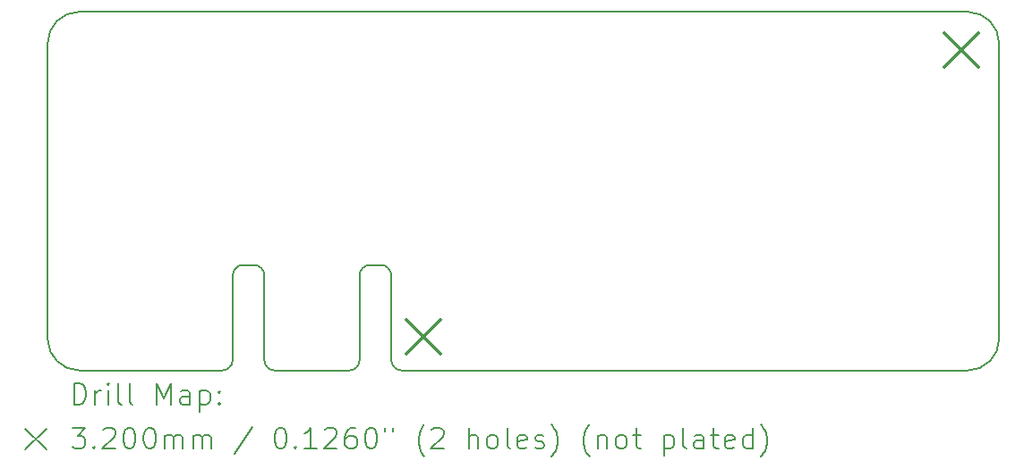
<source format=gbr>
%TF.GenerationSoftware,KiCad,Pcbnew,8.0.0*%
%TF.CreationDate,2024-08-30T23:23:26+02:00*%
%TF.ProjectId,LoRa_Node,4c6f5261-5f4e-46f6-9465-2e6b69636164,rev?*%
%TF.SameCoordinates,Original*%
%TF.FileFunction,Drillmap*%
%TF.FilePolarity,Positive*%
%FSLAX45Y45*%
G04 Gerber Fmt 4.5, Leading zero omitted, Abs format (unit mm)*
G04 Created by KiCad (PCBNEW 8.0.0) date 2024-08-30 23:23:26*
%MOMM*%
%LPD*%
G01*
G04 APERTURE LIST*
%ADD10C,0.200000*%
%ADD11C,0.320000*%
G04 APERTURE END LIST*
D10*
X19570000Y-9670000D02*
G75*
G02*
X19270000Y-9970000I-300000J0D01*
G01*
X10870000Y-9970000D02*
G75*
G02*
X10570000Y-9670000I0J300000D01*
G01*
X13620000Y-8970000D02*
X13720000Y-8970000D01*
X13520000Y-9870000D02*
X13520000Y-9070000D01*
X13720000Y-8970000D02*
G75*
G02*
X13820000Y-9070000I0J-100000D01*
G01*
X10870000Y-9970000D02*
X12220000Y-9970000D01*
X13820000Y-9070000D02*
X13820000Y-9870000D01*
X19270000Y-6570000D02*
G75*
G02*
X19570000Y-6870000I0J-300000D01*
G01*
X10570000Y-6870000D02*
X10570000Y-9670000D01*
X12620000Y-9070000D02*
X12620000Y-9870000D01*
X13920000Y-9970000D02*
G75*
G02*
X13820000Y-9870000I0J100000D01*
G01*
X12420000Y-8970000D02*
X12520000Y-8970000D01*
X13920000Y-9970000D02*
X19270000Y-9970000D01*
X12520000Y-8970000D02*
G75*
G02*
X12620000Y-9070000I0J-100000D01*
G01*
X12320000Y-9870000D02*
X12320000Y-9070000D01*
X13520000Y-9870000D02*
G75*
G02*
X13420000Y-9970000I-100000J0D01*
G01*
X19570000Y-9670000D02*
X19570000Y-6870000D01*
X12320000Y-9070000D02*
G75*
G02*
X12420000Y-8970000I100000J0D01*
G01*
X19270000Y-6570000D02*
X10870000Y-6570000D01*
X10570000Y-6870000D02*
G75*
G02*
X10870000Y-6570000I300000J0D01*
G01*
X13520000Y-9070000D02*
G75*
G02*
X13620000Y-8970000I100000J0D01*
G01*
X12720000Y-9970000D02*
G75*
G02*
X12620000Y-9870000I0J100000D01*
G01*
X12320000Y-9870000D02*
G75*
G02*
X12220000Y-9970000I-100000J0D01*
G01*
X12720000Y-9970000D02*
X13420000Y-9970000D01*
D11*
X13962868Y-9490000D02*
X14282868Y-9810000D01*
X14282868Y-9490000D02*
X13962868Y-9810000D01*
X19055000Y-6770000D02*
X19375000Y-7090000D01*
X19375000Y-6770000D02*
X19055000Y-7090000D01*
D10*
X10820777Y-10291484D02*
X10820777Y-10091484D01*
X10820777Y-10091484D02*
X10868396Y-10091484D01*
X10868396Y-10091484D02*
X10896967Y-10101008D01*
X10896967Y-10101008D02*
X10916015Y-10120055D01*
X10916015Y-10120055D02*
X10925539Y-10139103D01*
X10925539Y-10139103D02*
X10935063Y-10177198D01*
X10935063Y-10177198D02*
X10935063Y-10205769D01*
X10935063Y-10205769D02*
X10925539Y-10243865D01*
X10925539Y-10243865D02*
X10916015Y-10262912D01*
X10916015Y-10262912D02*
X10896967Y-10281960D01*
X10896967Y-10281960D02*
X10868396Y-10291484D01*
X10868396Y-10291484D02*
X10820777Y-10291484D01*
X11020777Y-10291484D02*
X11020777Y-10158150D01*
X11020777Y-10196246D02*
X11030301Y-10177198D01*
X11030301Y-10177198D02*
X11039824Y-10167674D01*
X11039824Y-10167674D02*
X11058872Y-10158150D01*
X11058872Y-10158150D02*
X11077920Y-10158150D01*
X11144586Y-10291484D02*
X11144586Y-10158150D01*
X11144586Y-10091484D02*
X11135063Y-10101008D01*
X11135063Y-10101008D02*
X11144586Y-10110531D01*
X11144586Y-10110531D02*
X11154110Y-10101008D01*
X11154110Y-10101008D02*
X11144586Y-10091484D01*
X11144586Y-10091484D02*
X11144586Y-10110531D01*
X11268396Y-10291484D02*
X11249348Y-10281960D01*
X11249348Y-10281960D02*
X11239824Y-10262912D01*
X11239824Y-10262912D02*
X11239824Y-10091484D01*
X11373158Y-10291484D02*
X11354110Y-10281960D01*
X11354110Y-10281960D02*
X11344586Y-10262912D01*
X11344586Y-10262912D02*
X11344586Y-10091484D01*
X11601729Y-10291484D02*
X11601729Y-10091484D01*
X11601729Y-10091484D02*
X11668396Y-10234341D01*
X11668396Y-10234341D02*
X11735062Y-10091484D01*
X11735062Y-10091484D02*
X11735062Y-10291484D01*
X11916015Y-10291484D02*
X11916015Y-10186722D01*
X11916015Y-10186722D02*
X11906491Y-10167674D01*
X11906491Y-10167674D02*
X11887443Y-10158150D01*
X11887443Y-10158150D02*
X11849348Y-10158150D01*
X11849348Y-10158150D02*
X11830301Y-10167674D01*
X11916015Y-10281960D02*
X11896967Y-10291484D01*
X11896967Y-10291484D02*
X11849348Y-10291484D01*
X11849348Y-10291484D02*
X11830301Y-10281960D01*
X11830301Y-10281960D02*
X11820777Y-10262912D01*
X11820777Y-10262912D02*
X11820777Y-10243865D01*
X11820777Y-10243865D02*
X11830301Y-10224817D01*
X11830301Y-10224817D02*
X11849348Y-10215293D01*
X11849348Y-10215293D02*
X11896967Y-10215293D01*
X11896967Y-10215293D02*
X11916015Y-10205769D01*
X12011253Y-10158150D02*
X12011253Y-10358150D01*
X12011253Y-10167674D02*
X12030301Y-10158150D01*
X12030301Y-10158150D02*
X12068396Y-10158150D01*
X12068396Y-10158150D02*
X12087443Y-10167674D01*
X12087443Y-10167674D02*
X12096967Y-10177198D01*
X12096967Y-10177198D02*
X12106491Y-10196246D01*
X12106491Y-10196246D02*
X12106491Y-10253388D01*
X12106491Y-10253388D02*
X12096967Y-10272436D01*
X12096967Y-10272436D02*
X12087443Y-10281960D01*
X12087443Y-10281960D02*
X12068396Y-10291484D01*
X12068396Y-10291484D02*
X12030301Y-10291484D01*
X12030301Y-10291484D02*
X12011253Y-10281960D01*
X12192205Y-10272436D02*
X12201729Y-10281960D01*
X12201729Y-10281960D02*
X12192205Y-10291484D01*
X12192205Y-10291484D02*
X12182682Y-10281960D01*
X12182682Y-10281960D02*
X12192205Y-10272436D01*
X12192205Y-10272436D02*
X12192205Y-10291484D01*
X12192205Y-10167674D02*
X12201729Y-10177198D01*
X12201729Y-10177198D02*
X12192205Y-10186722D01*
X12192205Y-10186722D02*
X12182682Y-10177198D01*
X12182682Y-10177198D02*
X12192205Y-10167674D01*
X12192205Y-10167674D02*
X12192205Y-10186722D01*
X10360000Y-10520000D02*
X10560000Y-10720000D01*
X10560000Y-10520000D02*
X10360000Y-10720000D01*
X10801729Y-10511484D02*
X10925539Y-10511484D01*
X10925539Y-10511484D02*
X10858872Y-10587674D01*
X10858872Y-10587674D02*
X10887444Y-10587674D01*
X10887444Y-10587674D02*
X10906491Y-10597198D01*
X10906491Y-10597198D02*
X10916015Y-10606722D01*
X10916015Y-10606722D02*
X10925539Y-10625769D01*
X10925539Y-10625769D02*
X10925539Y-10673388D01*
X10925539Y-10673388D02*
X10916015Y-10692436D01*
X10916015Y-10692436D02*
X10906491Y-10701960D01*
X10906491Y-10701960D02*
X10887444Y-10711484D01*
X10887444Y-10711484D02*
X10830301Y-10711484D01*
X10830301Y-10711484D02*
X10811253Y-10701960D01*
X10811253Y-10701960D02*
X10801729Y-10692436D01*
X11011253Y-10692436D02*
X11020777Y-10701960D01*
X11020777Y-10701960D02*
X11011253Y-10711484D01*
X11011253Y-10711484D02*
X11001729Y-10701960D01*
X11001729Y-10701960D02*
X11011253Y-10692436D01*
X11011253Y-10692436D02*
X11011253Y-10711484D01*
X11096967Y-10530531D02*
X11106491Y-10521008D01*
X11106491Y-10521008D02*
X11125539Y-10511484D01*
X11125539Y-10511484D02*
X11173158Y-10511484D01*
X11173158Y-10511484D02*
X11192205Y-10521008D01*
X11192205Y-10521008D02*
X11201729Y-10530531D01*
X11201729Y-10530531D02*
X11211253Y-10549579D01*
X11211253Y-10549579D02*
X11211253Y-10568627D01*
X11211253Y-10568627D02*
X11201729Y-10597198D01*
X11201729Y-10597198D02*
X11087444Y-10711484D01*
X11087444Y-10711484D02*
X11211253Y-10711484D01*
X11335062Y-10511484D02*
X11354110Y-10511484D01*
X11354110Y-10511484D02*
X11373158Y-10521008D01*
X11373158Y-10521008D02*
X11382682Y-10530531D01*
X11382682Y-10530531D02*
X11392205Y-10549579D01*
X11392205Y-10549579D02*
X11401729Y-10587674D01*
X11401729Y-10587674D02*
X11401729Y-10635293D01*
X11401729Y-10635293D02*
X11392205Y-10673388D01*
X11392205Y-10673388D02*
X11382682Y-10692436D01*
X11382682Y-10692436D02*
X11373158Y-10701960D01*
X11373158Y-10701960D02*
X11354110Y-10711484D01*
X11354110Y-10711484D02*
X11335062Y-10711484D01*
X11335062Y-10711484D02*
X11316015Y-10701960D01*
X11316015Y-10701960D02*
X11306491Y-10692436D01*
X11306491Y-10692436D02*
X11296967Y-10673388D01*
X11296967Y-10673388D02*
X11287443Y-10635293D01*
X11287443Y-10635293D02*
X11287443Y-10587674D01*
X11287443Y-10587674D02*
X11296967Y-10549579D01*
X11296967Y-10549579D02*
X11306491Y-10530531D01*
X11306491Y-10530531D02*
X11316015Y-10521008D01*
X11316015Y-10521008D02*
X11335062Y-10511484D01*
X11525539Y-10511484D02*
X11544586Y-10511484D01*
X11544586Y-10511484D02*
X11563634Y-10521008D01*
X11563634Y-10521008D02*
X11573158Y-10530531D01*
X11573158Y-10530531D02*
X11582682Y-10549579D01*
X11582682Y-10549579D02*
X11592205Y-10587674D01*
X11592205Y-10587674D02*
X11592205Y-10635293D01*
X11592205Y-10635293D02*
X11582682Y-10673388D01*
X11582682Y-10673388D02*
X11573158Y-10692436D01*
X11573158Y-10692436D02*
X11563634Y-10701960D01*
X11563634Y-10701960D02*
X11544586Y-10711484D01*
X11544586Y-10711484D02*
X11525539Y-10711484D01*
X11525539Y-10711484D02*
X11506491Y-10701960D01*
X11506491Y-10701960D02*
X11496967Y-10692436D01*
X11496967Y-10692436D02*
X11487443Y-10673388D01*
X11487443Y-10673388D02*
X11477920Y-10635293D01*
X11477920Y-10635293D02*
X11477920Y-10587674D01*
X11477920Y-10587674D02*
X11487443Y-10549579D01*
X11487443Y-10549579D02*
X11496967Y-10530531D01*
X11496967Y-10530531D02*
X11506491Y-10521008D01*
X11506491Y-10521008D02*
X11525539Y-10511484D01*
X11677920Y-10711484D02*
X11677920Y-10578150D01*
X11677920Y-10597198D02*
X11687443Y-10587674D01*
X11687443Y-10587674D02*
X11706491Y-10578150D01*
X11706491Y-10578150D02*
X11735063Y-10578150D01*
X11735063Y-10578150D02*
X11754110Y-10587674D01*
X11754110Y-10587674D02*
X11763634Y-10606722D01*
X11763634Y-10606722D02*
X11763634Y-10711484D01*
X11763634Y-10606722D02*
X11773158Y-10587674D01*
X11773158Y-10587674D02*
X11792205Y-10578150D01*
X11792205Y-10578150D02*
X11820777Y-10578150D01*
X11820777Y-10578150D02*
X11839824Y-10587674D01*
X11839824Y-10587674D02*
X11849348Y-10606722D01*
X11849348Y-10606722D02*
X11849348Y-10711484D01*
X11944586Y-10711484D02*
X11944586Y-10578150D01*
X11944586Y-10597198D02*
X11954110Y-10587674D01*
X11954110Y-10587674D02*
X11973158Y-10578150D01*
X11973158Y-10578150D02*
X12001729Y-10578150D01*
X12001729Y-10578150D02*
X12020777Y-10587674D01*
X12020777Y-10587674D02*
X12030301Y-10606722D01*
X12030301Y-10606722D02*
X12030301Y-10711484D01*
X12030301Y-10606722D02*
X12039824Y-10587674D01*
X12039824Y-10587674D02*
X12058872Y-10578150D01*
X12058872Y-10578150D02*
X12087443Y-10578150D01*
X12087443Y-10578150D02*
X12106491Y-10587674D01*
X12106491Y-10587674D02*
X12116015Y-10606722D01*
X12116015Y-10606722D02*
X12116015Y-10711484D01*
X12506491Y-10501960D02*
X12335063Y-10759103D01*
X12763634Y-10511484D02*
X12782682Y-10511484D01*
X12782682Y-10511484D02*
X12801729Y-10521008D01*
X12801729Y-10521008D02*
X12811253Y-10530531D01*
X12811253Y-10530531D02*
X12820777Y-10549579D01*
X12820777Y-10549579D02*
X12830301Y-10587674D01*
X12830301Y-10587674D02*
X12830301Y-10635293D01*
X12830301Y-10635293D02*
X12820777Y-10673388D01*
X12820777Y-10673388D02*
X12811253Y-10692436D01*
X12811253Y-10692436D02*
X12801729Y-10701960D01*
X12801729Y-10701960D02*
X12782682Y-10711484D01*
X12782682Y-10711484D02*
X12763634Y-10711484D01*
X12763634Y-10711484D02*
X12744586Y-10701960D01*
X12744586Y-10701960D02*
X12735063Y-10692436D01*
X12735063Y-10692436D02*
X12725539Y-10673388D01*
X12725539Y-10673388D02*
X12716015Y-10635293D01*
X12716015Y-10635293D02*
X12716015Y-10587674D01*
X12716015Y-10587674D02*
X12725539Y-10549579D01*
X12725539Y-10549579D02*
X12735063Y-10530531D01*
X12735063Y-10530531D02*
X12744586Y-10521008D01*
X12744586Y-10521008D02*
X12763634Y-10511484D01*
X12916015Y-10692436D02*
X12925539Y-10701960D01*
X12925539Y-10701960D02*
X12916015Y-10711484D01*
X12916015Y-10711484D02*
X12906491Y-10701960D01*
X12906491Y-10701960D02*
X12916015Y-10692436D01*
X12916015Y-10692436D02*
X12916015Y-10711484D01*
X13116015Y-10711484D02*
X13001729Y-10711484D01*
X13058872Y-10711484D02*
X13058872Y-10511484D01*
X13058872Y-10511484D02*
X13039825Y-10540055D01*
X13039825Y-10540055D02*
X13020777Y-10559103D01*
X13020777Y-10559103D02*
X13001729Y-10568627D01*
X13192206Y-10530531D02*
X13201729Y-10521008D01*
X13201729Y-10521008D02*
X13220777Y-10511484D01*
X13220777Y-10511484D02*
X13268396Y-10511484D01*
X13268396Y-10511484D02*
X13287444Y-10521008D01*
X13287444Y-10521008D02*
X13296967Y-10530531D01*
X13296967Y-10530531D02*
X13306491Y-10549579D01*
X13306491Y-10549579D02*
X13306491Y-10568627D01*
X13306491Y-10568627D02*
X13296967Y-10597198D01*
X13296967Y-10597198D02*
X13182682Y-10711484D01*
X13182682Y-10711484D02*
X13306491Y-10711484D01*
X13477920Y-10511484D02*
X13439825Y-10511484D01*
X13439825Y-10511484D02*
X13420777Y-10521008D01*
X13420777Y-10521008D02*
X13411253Y-10530531D01*
X13411253Y-10530531D02*
X13392206Y-10559103D01*
X13392206Y-10559103D02*
X13382682Y-10597198D01*
X13382682Y-10597198D02*
X13382682Y-10673388D01*
X13382682Y-10673388D02*
X13392206Y-10692436D01*
X13392206Y-10692436D02*
X13401729Y-10701960D01*
X13401729Y-10701960D02*
X13420777Y-10711484D01*
X13420777Y-10711484D02*
X13458872Y-10711484D01*
X13458872Y-10711484D02*
X13477920Y-10701960D01*
X13477920Y-10701960D02*
X13487444Y-10692436D01*
X13487444Y-10692436D02*
X13496967Y-10673388D01*
X13496967Y-10673388D02*
X13496967Y-10625769D01*
X13496967Y-10625769D02*
X13487444Y-10606722D01*
X13487444Y-10606722D02*
X13477920Y-10597198D01*
X13477920Y-10597198D02*
X13458872Y-10587674D01*
X13458872Y-10587674D02*
X13420777Y-10587674D01*
X13420777Y-10587674D02*
X13401729Y-10597198D01*
X13401729Y-10597198D02*
X13392206Y-10606722D01*
X13392206Y-10606722D02*
X13382682Y-10625769D01*
X13620777Y-10511484D02*
X13639825Y-10511484D01*
X13639825Y-10511484D02*
X13658872Y-10521008D01*
X13658872Y-10521008D02*
X13668396Y-10530531D01*
X13668396Y-10530531D02*
X13677920Y-10549579D01*
X13677920Y-10549579D02*
X13687444Y-10587674D01*
X13687444Y-10587674D02*
X13687444Y-10635293D01*
X13687444Y-10635293D02*
X13677920Y-10673388D01*
X13677920Y-10673388D02*
X13668396Y-10692436D01*
X13668396Y-10692436D02*
X13658872Y-10701960D01*
X13658872Y-10701960D02*
X13639825Y-10711484D01*
X13639825Y-10711484D02*
X13620777Y-10711484D01*
X13620777Y-10711484D02*
X13601729Y-10701960D01*
X13601729Y-10701960D02*
X13592206Y-10692436D01*
X13592206Y-10692436D02*
X13582682Y-10673388D01*
X13582682Y-10673388D02*
X13573158Y-10635293D01*
X13573158Y-10635293D02*
X13573158Y-10587674D01*
X13573158Y-10587674D02*
X13582682Y-10549579D01*
X13582682Y-10549579D02*
X13592206Y-10530531D01*
X13592206Y-10530531D02*
X13601729Y-10521008D01*
X13601729Y-10521008D02*
X13620777Y-10511484D01*
X13763634Y-10511484D02*
X13763634Y-10549579D01*
X13839825Y-10511484D02*
X13839825Y-10549579D01*
X14135063Y-10787674D02*
X14125539Y-10778150D01*
X14125539Y-10778150D02*
X14106491Y-10749579D01*
X14106491Y-10749579D02*
X14096968Y-10730531D01*
X14096968Y-10730531D02*
X14087444Y-10701960D01*
X14087444Y-10701960D02*
X14077920Y-10654341D01*
X14077920Y-10654341D02*
X14077920Y-10616246D01*
X14077920Y-10616246D02*
X14087444Y-10568627D01*
X14087444Y-10568627D02*
X14096968Y-10540055D01*
X14096968Y-10540055D02*
X14106491Y-10521008D01*
X14106491Y-10521008D02*
X14125539Y-10492436D01*
X14125539Y-10492436D02*
X14135063Y-10482912D01*
X14201729Y-10530531D02*
X14211253Y-10521008D01*
X14211253Y-10521008D02*
X14230301Y-10511484D01*
X14230301Y-10511484D02*
X14277920Y-10511484D01*
X14277920Y-10511484D02*
X14296968Y-10521008D01*
X14296968Y-10521008D02*
X14306491Y-10530531D01*
X14306491Y-10530531D02*
X14316015Y-10549579D01*
X14316015Y-10549579D02*
X14316015Y-10568627D01*
X14316015Y-10568627D02*
X14306491Y-10597198D01*
X14306491Y-10597198D02*
X14192206Y-10711484D01*
X14192206Y-10711484D02*
X14316015Y-10711484D01*
X14554110Y-10711484D02*
X14554110Y-10511484D01*
X14639825Y-10711484D02*
X14639825Y-10606722D01*
X14639825Y-10606722D02*
X14630301Y-10587674D01*
X14630301Y-10587674D02*
X14611253Y-10578150D01*
X14611253Y-10578150D02*
X14582682Y-10578150D01*
X14582682Y-10578150D02*
X14563634Y-10587674D01*
X14563634Y-10587674D02*
X14554110Y-10597198D01*
X14763634Y-10711484D02*
X14744587Y-10701960D01*
X14744587Y-10701960D02*
X14735063Y-10692436D01*
X14735063Y-10692436D02*
X14725539Y-10673388D01*
X14725539Y-10673388D02*
X14725539Y-10616246D01*
X14725539Y-10616246D02*
X14735063Y-10597198D01*
X14735063Y-10597198D02*
X14744587Y-10587674D01*
X14744587Y-10587674D02*
X14763634Y-10578150D01*
X14763634Y-10578150D02*
X14792206Y-10578150D01*
X14792206Y-10578150D02*
X14811253Y-10587674D01*
X14811253Y-10587674D02*
X14820777Y-10597198D01*
X14820777Y-10597198D02*
X14830301Y-10616246D01*
X14830301Y-10616246D02*
X14830301Y-10673388D01*
X14830301Y-10673388D02*
X14820777Y-10692436D01*
X14820777Y-10692436D02*
X14811253Y-10701960D01*
X14811253Y-10701960D02*
X14792206Y-10711484D01*
X14792206Y-10711484D02*
X14763634Y-10711484D01*
X14944587Y-10711484D02*
X14925539Y-10701960D01*
X14925539Y-10701960D02*
X14916015Y-10682912D01*
X14916015Y-10682912D02*
X14916015Y-10511484D01*
X15096968Y-10701960D02*
X15077920Y-10711484D01*
X15077920Y-10711484D02*
X15039825Y-10711484D01*
X15039825Y-10711484D02*
X15020777Y-10701960D01*
X15020777Y-10701960D02*
X15011253Y-10682912D01*
X15011253Y-10682912D02*
X15011253Y-10606722D01*
X15011253Y-10606722D02*
X15020777Y-10587674D01*
X15020777Y-10587674D02*
X15039825Y-10578150D01*
X15039825Y-10578150D02*
X15077920Y-10578150D01*
X15077920Y-10578150D02*
X15096968Y-10587674D01*
X15096968Y-10587674D02*
X15106491Y-10606722D01*
X15106491Y-10606722D02*
X15106491Y-10625769D01*
X15106491Y-10625769D02*
X15011253Y-10644817D01*
X15182682Y-10701960D02*
X15201730Y-10711484D01*
X15201730Y-10711484D02*
X15239825Y-10711484D01*
X15239825Y-10711484D02*
X15258872Y-10701960D01*
X15258872Y-10701960D02*
X15268396Y-10682912D01*
X15268396Y-10682912D02*
X15268396Y-10673388D01*
X15268396Y-10673388D02*
X15258872Y-10654341D01*
X15258872Y-10654341D02*
X15239825Y-10644817D01*
X15239825Y-10644817D02*
X15211253Y-10644817D01*
X15211253Y-10644817D02*
X15192206Y-10635293D01*
X15192206Y-10635293D02*
X15182682Y-10616246D01*
X15182682Y-10616246D02*
X15182682Y-10606722D01*
X15182682Y-10606722D02*
X15192206Y-10587674D01*
X15192206Y-10587674D02*
X15211253Y-10578150D01*
X15211253Y-10578150D02*
X15239825Y-10578150D01*
X15239825Y-10578150D02*
X15258872Y-10587674D01*
X15335063Y-10787674D02*
X15344587Y-10778150D01*
X15344587Y-10778150D02*
X15363634Y-10749579D01*
X15363634Y-10749579D02*
X15373158Y-10730531D01*
X15373158Y-10730531D02*
X15382682Y-10701960D01*
X15382682Y-10701960D02*
X15392206Y-10654341D01*
X15392206Y-10654341D02*
X15392206Y-10616246D01*
X15392206Y-10616246D02*
X15382682Y-10568627D01*
X15382682Y-10568627D02*
X15373158Y-10540055D01*
X15373158Y-10540055D02*
X15363634Y-10521008D01*
X15363634Y-10521008D02*
X15344587Y-10492436D01*
X15344587Y-10492436D02*
X15335063Y-10482912D01*
X15696968Y-10787674D02*
X15687444Y-10778150D01*
X15687444Y-10778150D02*
X15668396Y-10749579D01*
X15668396Y-10749579D02*
X15658872Y-10730531D01*
X15658872Y-10730531D02*
X15649349Y-10701960D01*
X15649349Y-10701960D02*
X15639825Y-10654341D01*
X15639825Y-10654341D02*
X15639825Y-10616246D01*
X15639825Y-10616246D02*
X15649349Y-10568627D01*
X15649349Y-10568627D02*
X15658872Y-10540055D01*
X15658872Y-10540055D02*
X15668396Y-10521008D01*
X15668396Y-10521008D02*
X15687444Y-10492436D01*
X15687444Y-10492436D02*
X15696968Y-10482912D01*
X15773158Y-10578150D02*
X15773158Y-10711484D01*
X15773158Y-10597198D02*
X15782682Y-10587674D01*
X15782682Y-10587674D02*
X15801730Y-10578150D01*
X15801730Y-10578150D02*
X15830301Y-10578150D01*
X15830301Y-10578150D02*
X15849349Y-10587674D01*
X15849349Y-10587674D02*
X15858872Y-10606722D01*
X15858872Y-10606722D02*
X15858872Y-10711484D01*
X15982682Y-10711484D02*
X15963634Y-10701960D01*
X15963634Y-10701960D02*
X15954111Y-10692436D01*
X15954111Y-10692436D02*
X15944587Y-10673388D01*
X15944587Y-10673388D02*
X15944587Y-10616246D01*
X15944587Y-10616246D02*
X15954111Y-10597198D01*
X15954111Y-10597198D02*
X15963634Y-10587674D01*
X15963634Y-10587674D02*
X15982682Y-10578150D01*
X15982682Y-10578150D02*
X16011253Y-10578150D01*
X16011253Y-10578150D02*
X16030301Y-10587674D01*
X16030301Y-10587674D02*
X16039825Y-10597198D01*
X16039825Y-10597198D02*
X16049349Y-10616246D01*
X16049349Y-10616246D02*
X16049349Y-10673388D01*
X16049349Y-10673388D02*
X16039825Y-10692436D01*
X16039825Y-10692436D02*
X16030301Y-10701960D01*
X16030301Y-10701960D02*
X16011253Y-10711484D01*
X16011253Y-10711484D02*
X15982682Y-10711484D01*
X16106492Y-10578150D02*
X16182682Y-10578150D01*
X16135063Y-10511484D02*
X16135063Y-10682912D01*
X16135063Y-10682912D02*
X16144587Y-10701960D01*
X16144587Y-10701960D02*
X16163634Y-10711484D01*
X16163634Y-10711484D02*
X16182682Y-10711484D01*
X16401730Y-10578150D02*
X16401730Y-10778150D01*
X16401730Y-10587674D02*
X16420777Y-10578150D01*
X16420777Y-10578150D02*
X16458873Y-10578150D01*
X16458873Y-10578150D02*
X16477920Y-10587674D01*
X16477920Y-10587674D02*
X16487444Y-10597198D01*
X16487444Y-10597198D02*
X16496968Y-10616246D01*
X16496968Y-10616246D02*
X16496968Y-10673388D01*
X16496968Y-10673388D02*
X16487444Y-10692436D01*
X16487444Y-10692436D02*
X16477920Y-10701960D01*
X16477920Y-10701960D02*
X16458873Y-10711484D01*
X16458873Y-10711484D02*
X16420777Y-10711484D01*
X16420777Y-10711484D02*
X16401730Y-10701960D01*
X16611253Y-10711484D02*
X16592206Y-10701960D01*
X16592206Y-10701960D02*
X16582682Y-10682912D01*
X16582682Y-10682912D02*
X16582682Y-10511484D01*
X16773158Y-10711484D02*
X16773158Y-10606722D01*
X16773158Y-10606722D02*
X16763634Y-10587674D01*
X16763634Y-10587674D02*
X16744587Y-10578150D01*
X16744587Y-10578150D02*
X16706492Y-10578150D01*
X16706492Y-10578150D02*
X16687444Y-10587674D01*
X16773158Y-10701960D02*
X16754111Y-10711484D01*
X16754111Y-10711484D02*
X16706492Y-10711484D01*
X16706492Y-10711484D02*
X16687444Y-10701960D01*
X16687444Y-10701960D02*
X16677920Y-10682912D01*
X16677920Y-10682912D02*
X16677920Y-10663865D01*
X16677920Y-10663865D02*
X16687444Y-10644817D01*
X16687444Y-10644817D02*
X16706492Y-10635293D01*
X16706492Y-10635293D02*
X16754111Y-10635293D01*
X16754111Y-10635293D02*
X16773158Y-10625769D01*
X16839825Y-10578150D02*
X16916015Y-10578150D01*
X16868396Y-10511484D02*
X16868396Y-10682912D01*
X16868396Y-10682912D02*
X16877920Y-10701960D01*
X16877920Y-10701960D02*
X16896968Y-10711484D01*
X16896968Y-10711484D02*
X16916015Y-10711484D01*
X17058873Y-10701960D02*
X17039825Y-10711484D01*
X17039825Y-10711484D02*
X17001730Y-10711484D01*
X17001730Y-10711484D02*
X16982682Y-10701960D01*
X16982682Y-10701960D02*
X16973158Y-10682912D01*
X16973158Y-10682912D02*
X16973158Y-10606722D01*
X16973158Y-10606722D02*
X16982682Y-10587674D01*
X16982682Y-10587674D02*
X17001730Y-10578150D01*
X17001730Y-10578150D02*
X17039825Y-10578150D01*
X17039825Y-10578150D02*
X17058873Y-10587674D01*
X17058873Y-10587674D02*
X17068396Y-10606722D01*
X17068396Y-10606722D02*
X17068396Y-10625769D01*
X17068396Y-10625769D02*
X16973158Y-10644817D01*
X17239825Y-10711484D02*
X17239825Y-10511484D01*
X17239825Y-10701960D02*
X17220777Y-10711484D01*
X17220777Y-10711484D02*
X17182682Y-10711484D01*
X17182682Y-10711484D02*
X17163635Y-10701960D01*
X17163635Y-10701960D02*
X17154111Y-10692436D01*
X17154111Y-10692436D02*
X17144587Y-10673388D01*
X17144587Y-10673388D02*
X17144587Y-10616246D01*
X17144587Y-10616246D02*
X17154111Y-10597198D01*
X17154111Y-10597198D02*
X17163635Y-10587674D01*
X17163635Y-10587674D02*
X17182682Y-10578150D01*
X17182682Y-10578150D02*
X17220777Y-10578150D01*
X17220777Y-10578150D02*
X17239825Y-10587674D01*
X17316016Y-10787674D02*
X17325539Y-10778150D01*
X17325539Y-10778150D02*
X17344587Y-10749579D01*
X17344587Y-10749579D02*
X17354111Y-10730531D01*
X17354111Y-10730531D02*
X17363635Y-10701960D01*
X17363635Y-10701960D02*
X17373158Y-10654341D01*
X17373158Y-10654341D02*
X17373158Y-10616246D01*
X17373158Y-10616246D02*
X17363635Y-10568627D01*
X17363635Y-10568627D02*
X17354111Y-10540055D01*
X17354111Y-10540055D02*
X17344587Y-10521008D01*
X17344587Y-10521008D02*
X17325539Y-10492436D01*
X17325539Y-10492436D02*
X17316016Y-10482912D01*
M02*

</source>
